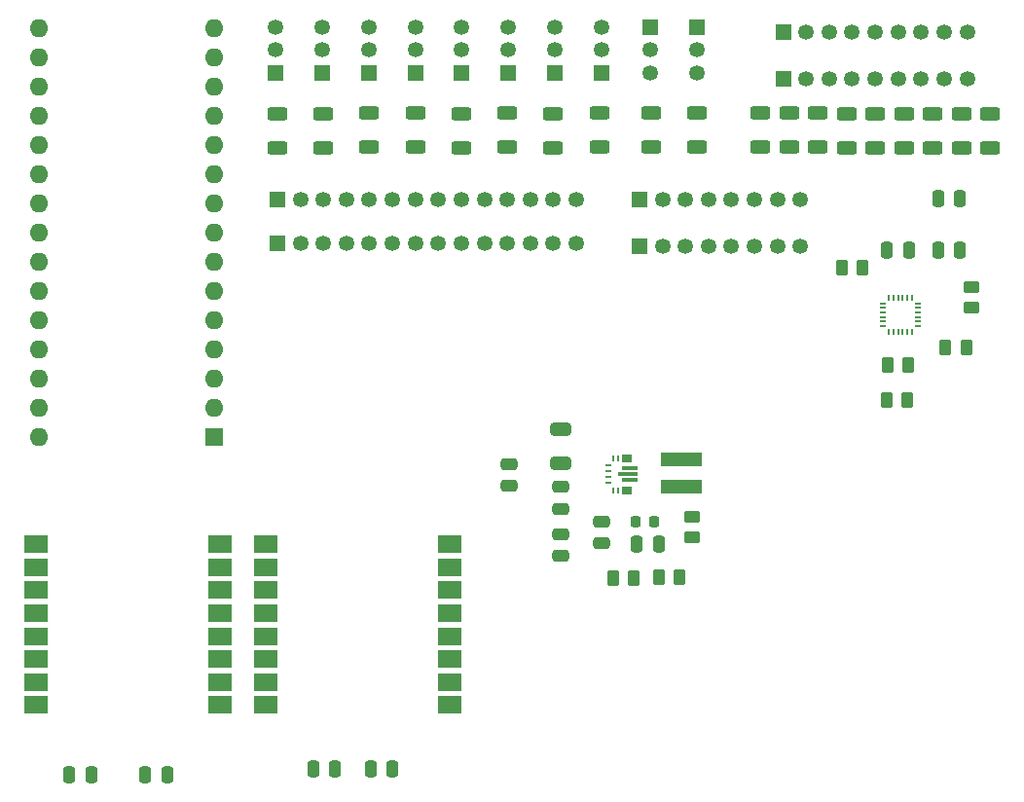
<source format=gbr>
%TF.GenerationSoftware,KiCad,Pcbnew,9.0.3*%
%TF.CreationDate,2025-07-24T22:11:21+07:00*%
%TF.ProjectId,flying thing that crashes,666c7969-6e67-4207-9468-696e67207468,rev?*%
%TF.SameCoordinates,Original*%
%TF.FileFunction,Soldermask,Top*%
%TF.FilePolarity,Negative*%
%FSLAX45Y45*%
G04 Gerber Fmt 4.5, Leading zero omitted, Abs format (unit mm)*
G04 Created by KiCad (PCBNEW 9.0.3) date 2025-07-24 22:11:21*
%MOMM*%
%LPD*%
G01*
G04 APERTURE LIST*
G04 Aperture macros list*
%AMRoundRect*
0 Rectangle with rounded corners*
0 $1 Rounding radius*
0 $2 $3 $4 $5 $6 $7 $8 $9 X,Y pos of 4 corners*
0 Add a 4 corners polygon primitive as box body*
4,1,4,$2,$3,$4,$5,$6,$7,$8,$9,$2,$3,0*
0 Add four circle primitives for the rounded corners*
1,1,$1+$1,$2,$3*
1,1,$1+$1,$4,$5*
1,1,$1+$1,$6,$7*
1,1,$1+$1,$8,$9*
0 Add four rect primitives between the rounded corners*
20,1,$1+$1,$2,$3,$4,$5,0*
20,1,$1+$1,$4,$5,$6,$7,0*
20,1,$1+$1,$6,$7,$8,$9,0*
20,1,$1+$1,$8,$9,$2,$3,0*%
G04 Aperture macros list end*
%ADD10C,0.000000*%
%ADD11RoundRect,0.250000X0.625000X-0.312500X0.625000X0.312500X-0.625000X0.312500X-0.625000X-0.312500X0*%
%ADD12R,1.350000X1.350000*%
%ADD13C,1.350000*%
%ADD14RoundRect,0.250000X0.262500X0.450000X-0.262500X0.450000X-0.262500X-0.450000X0.262500X-0.450000X0*%
%ADD15RoundRect,0.250000X-0.250000X-0.475000X0.250000X-0.475000X0.250000X0.475000X-0.250000X0.475000X0*%
%ADD16R,2.000000X1.500000*%
%ADD17RoundRect,0.250000X-0.262500X-0.450000X0.262500X-0.450000X0.262500X0.450000X-0.262500X0.450000X0*%
%ADD18RoundRect,0.102000X-1.700000X0.490000X-1.700000X-0.490000X1.700000X-0.490000X1.700000X0.490000X0*%
%ADD19R,1.600000X1.600000*%
%ADD20O,1.600000X1.600000*%
%ADD21R,0.599999X0.240000*%
%ADD22R,0.240000X0.599999*%
%ADD23R,0.850001X0.700001*%
%ADD24R,1.450000X0.349999*%
%ADD25R,1.799999X0.349999*%
%ADD26RoundRect,0.250000X0.650000X-0.325000X0.650000X0.325000X-0.650000X0.325000X-0.650000X-0.325000X0*%
%ADD27RoundRect,0.225000X-0.225000X-0.250000X0.225000X-0.250000X0.225000X0.250000X-0.225000X0.250000X0*%
%ADD28RoundRect,0.250000X0.475000X-0.250000X0.475000X0.250000X-0.475000X0.250000X-0.475000X-0.250000X0*%
%ADD29RoundRect,0.250000X-0.450000X0.262500X-0.450000X-0.262500X0.450000X-0.262500X0.450000X0.262500X0*%
%ADD30RoundRect,0.250000X-0.475000X0.250000X-0.475000X-0.250000X0.475000X-0.250000X0.475000X0.250000X0*%
%ADD31RoundRect,0.050000X-0.050000X0.225000X-0.050000X-0.225000X0.050000X-0.225000X0.050000X0.225000X0*%
%ADD32RoundRect,0.050000X-0.225000X-0.050000X0.225000X-0.050000X0.225000X0.050000X-0.225000X0.050000X0*%
%ADD33RoundRect,0.250000X0.250000X0.475000X-0.250000X0.475000X-0.250000X-0.475000X0.250000X-0.475000X0*%
G04 APERTURE END LIST*
D10*
%TO.C,U6*%
G36*
X6826725Y-5851596D02*
G01*
X6827664Y-5851881D01*
X6828528Y-5852343D01*
X6829286Y-5852965D01*
X6829907Y-5853722D01*
X6830370Y-5854587D01*
X6830654Y-5855525D01*
X6830750Y-5856500D01*
X6830750Y-5871500D01*
X6830654Y-5872476D01*
X6830370Y-5873414D01*
X6829907Y-5874278D01*
X6829286Y-5875036D01*
X6828528Y-5875657D01*
X6827664Y-5876119D01*
X6826725Y-5876404D01*
X6825750Y-5876500D01*
X6760750Y-5876500D01*
X6759775Y-5876404D01*
X6758837Y-5876119D01*
X6757972Y-5875657D01*
X6757215Y-5875036D01*
X6756593Y-5874278D01*
X6756131Y-5873414D01*
X6755846Y-5872476D01*
X6755750Y-5871500D01*
X6755750Y-5856500D01*
X6755846Y-5855525D01*
X6756131Y-5854587D01*
X6756593Y-5853722D01*
X6757215Y-5852965D01*
X6757972Y-5852343D01*
X6758837Y-5851881D01*
X6759775Y-5851596D01*
X6760750Y-5851500D01*
X6825750Y-5851500D01*
X6826725Y-5851596D01*
G37*
G36*
X6826725Y-6096596D02*
G01*
X6827664Y-6096880D01*
X6828528Y-6097343D01*
X6829286Y-6097964D01*
X6829907Y-6098722D01*
X6830370Y-6099586D01*
X6830654Y-6100524D01*
X6830750Y-6101500D01*
X6830750Y-6116500D01*
X6830654Y-6117475D01*
X6830370Y-6118413D01*
X6829907Y-6119278D01*
X6829286Y-6120035D01*
X6828528Y-6120657D01*
X6827664Y-6121119D01*
X6826725Y-6121404D01*
X6825750Y-6121500D01*
X6760750Y-6121500D01*
X6759775Y-6121404D01*
X6758837Y-6121119D01*
X6757972Y-6120657D01*
X6757215Y-6120035D01*
X6756593Y-6119278D01*
X6756131Y-6118413D01*
X6755846Y-6117475D01*
X6755750Y-6116500D01*
X6755750Y-6101500D01*
X6755846Y-6100524D01*
X6756131Y-6099586D01*
X6756593Y-6098722D01*
X6757215Y-6097964D01*
X6757972Y-6097343D01*
X6758837Y-6096880D01*
X6759775Y-6096596D01*
X6760750Y-6096500D01*
X6825750Y-6096500D01*
X6826725Y-6096596D01*
G37*
G36*
X6776725Y-6096596D02*
G01*
X6777663Y-6096880D01*
X6778528Y-6097343D01*
X6779285Y-6097965D01*
X6779907Y-6098722D01*
X6780369Y-6099587D01*
X6780654Y-6100525D01*
X6780750Y-6101500D01*
X6780750Y-6151500D01*
X6780654Y-6152475D01*
X6780369Y-6153413D01*
X6779907Y-6154278D01*
X6779285Y-6155035D01*
X6778528Y-6155657D01*
X6777663Y-6156119D01*
X6776725Y-6156404D01*
X6775750Y-6156500D01*
X6760750Y-6156500D01*
X6759774Y-6156404D01*
X6758836Y-6156119D01*
X6757972Y-6155657D01*
X6757214Y-6155035D01*
X6756593Y-6154278D01*
X6756131Y-6153413D01*
X6755846Y-6152475D01*
X6755750Y-6151500D01*
X6755750Y-6101500D01*
X6755846Y-6100525D01*
X6756131Y-6099587D01*
X6756593Y-6098722D01*
X6757214Y-6097965D01*
X6757972Y-6097343D01*
X6758836Y-6096880D01*
X6759774Y-6096596D01*
X6760750Y-6096500D01*
X6775750Y-6096500D01*
X6776725Y-6096596D01*
G37*
G36*
X6776725Y-5816596D02*
G01*
X6777663Y-5816881D01*
X6778528Y-5817343D01*
X6779285Y-5817965D01*
X6779907Y-5818722D01*
X6780369Y-5819587D01*
X6780654Y-5820525D01*
X6780750Y-5821500D01*
X6780750Y-5871500D01*
X6780654Y-5872475D01*
X6780369Y-5873413D01*
X6779907Y-5874278D01*
X6779285Y-5875035D01*
X6778528Y-5875657D01*
X6777663Y-5876119D01*
X6776725Y-5876404D01*
X6775750Y-5876500D01*
X6760750Y-5876500D01*
X6759774Y-5876404D01*
X6758836Y-5876119D01*
X6757972Y-5875657D01*
X6757214Y-5875035D01*
X6756593Y-5874278D01*
X6756131Y-5873413D01*
X6755846Y-5872475D01*
X6755750Y-5871500D01*
X6755750Y-5821500D01*
X6755846Y-5820525D01*
X6756131Y-5819587D01*
X6756593Y-5818722D01*
X6757214Y-5817965D01*
X6757972Y-5817343D01*
X6758836Y-5816881D01*
X6759774Y-5816596D01*
X6760750Y-5816500D01*
X6775750Y-5816500D01*
X6776725Y-5816596D01*
G37*
G36*
X6826726Y-6096596D02*
G01*
X6827664Y-6096880D01*
X6828528Y-6097343D01*
X6829286Y-6097965D01*
X6829908Y-6098722D01*
X6830370Y-6099587D01*
X6830654Y-6100525D01*
X6830750Y-6101500D01*
X6830750Y-6151500D01*
X6830654Y-6152475D01*
X6830370Y-6153413D01*
X6829908Y-6154278D01*
X6829286Y-6155035D01*
X6828528Y-6155657D01*
X6827664Y-6156119D01*
X6826726Y-6156404D01*
X6825750Y-6156500D01*
X6810750Y-6156500D01*
X6809775Y-6156404D01*
X6808837Y-6156119D01*
X6807972Y-6155657D01*
X6807215Y-6155035D01*
X6806593Y-6154278D01*
X6806131Y-6153413D01*
X6805846Y-6152475D01*
X6805750Y-6151500D01*
X6805750Y-6101500D01*
X6805846Y-6100525D01*
X6806131Y-6099587D01*
X6806593Y-6098722D01*
X6807215Y-6097965D01*
X6807972Y-6097343D01*
X6808837Y-6096880D01*
X6809775Y-6096596D01*
X6810750Y-6096500D01*
X6825750Y-6096500D01*
X6826726Y-6096596D01*
G37*
G36*
X6826726Y-5816596D02*
G01*
X6827664Y-5816881D01*
X6828528Y-5817343D01*
X6829286Y-5817965D01*
X6829908Y-5818722D01*
X6830370Y-5819587D01*
X6830654Y-5820525D01*
X6830750Y-5821500D01*
X6830750Y-5871500D01*
X6830654Y-5872475D01*
X6830370Y-5873413D01*
X6829908Y-5874278D01*
X6829286Y-5875035D01*
X6828528Y-5875657D01*
X6827664Y-5876119D01*
X6826726Y-5876404D01*
X6825750Y-5876500D01*
X6810750Y-5876500D01*
X6809775Y-5876404D01*
X6808837Y-5876119D01*
X6807972Y-5875657D01*
X6807215Y-5875035D01*
X6806593Y-5874278D01*
X6806131Y-5873413D01*
X6805846Y-5872475D01*
X6805750Y-5871500D01*
X6805750Y-5821500D01*
X6805846Y-5820525D01*
X6806131Y-5819587D01*
X6806593Y-5818722D01*
X6807215Y-5817965D01*
X6807972Y-5817343D01*
X6808837Y-5816881D01*
X6809775Y-5816596D01*
X6810750Y-5816500D01*
X6825750Y-5816500D01*
X6826726Y-5816596D01*
G37*
%TD*%
D11*
%TO.C,R7*%
X6150000Y-3146000D03*
X6150000Y-2853500D03*
%TD*%
D12*
%TO.C,M5*%
X4950000Y-2496000D03*
D13*
X4950000Y-2296000D03*
X4950000Y-2096000D03*
%TD*%
D11*
%TO.C,R15*%
X9450000Y-3146000D03*
X9450000Y-2853500D03*
%TD*%
%TO.C,R4*%
X4950000Y-3138500D03*
X4950000Y-2846000D03*
%TD*%
%TO.C,R34*%
X3750000Y-3146000D03*
X3750000Y-2853500D03*
%TD*%
D12*
%TO.C,J1*%
X6995000Y-2096000D03*
D13*
X6995000Y-2296000D03*
X6995000Y-2496000D03*
%TD*%
D14*
%TO.C,R31*%
X9741250Y-4881000D03*
X9558750Y-4881000D03*
%TD*%
D11*
%TO.C,R16*%
X9700000Y-3146000D03*
X9700000Y-2853500D03*
%TD*%
D15*
%TO.C,C19*%
X2600000Y-8600000D03*
X2790000Y-8600000D03*
%TD*%
D12*
%TO.C,J2*%
X7400000Y-2096000D03*
D13*
X7400000Y-2296000D03*
X7400000Y-2496000D03*
%TD*%
D16*
%TO.C,U3*%
X1650000Y-6596000D03*
X1650000Y-6796000D03*
X1650000Y-6996000D03*
X1650000Y-7196000D03*
X1650000Y-7396000D03*
X1650000Y-7596000D03*
X1650000Y-7796000D03*
X1650000Y-7996000D03*
X3250000Y-7996000D03*
X3250000Y-7796000D03*
X3250000Y-7596000D03*
X3250000Y-7396000D03*
X3250000Y-7196000D03*
X3250000Y-6996000D03*
X3250000Y-6796000D03*
X3250000Y-6596000D03*
%TD*%
D17*
%TO.C,R27*%
X8657500Y-4189750D03*
X8840000Y-4189750D03*
%TD*%
D11*
%TO.C,R33*%
X4150000Y-3146000D03*
X4150000Y-2853500D03*
%TD*%
D15*
%TO.C,C14*%
X9500000Y-3589750D03*
X9690000Y-3589750D03*
%TD*%
D18*
%TO.C,L1*%
X7268250Y-5859500D03*
X7268250Y-6096500D03*
%TD*%
D12*
%TO.C,M3*%
X5760000Y-2496000D03*
D13*
X5760000Y-2296000D03*
X5760000Y-2096000D03*
%TD*%
D11*
%TO.C,R13*%
X8950000Y-3146000D03*
X8950000Y-2853500D03*
%TD*%
D12*
%TO.C,M6*%
X4545000Y-2496000D03*
D13*
X4545000Y-2296000D03*
X4545000Y-2096000D03*
%TD*%
D17*
%TO.C,R30*%
X9050000Y-5339750D03*
X9232500Y-5339750D03*
%TD*%
D12*
%TO.C,J7*%
X3750000Y-3981000D03*
D13*
X3950000Y-3981000D03*
X4150000Y-3981000D03*
X4350000Y-3981000D03*
X4550000Y-3981000D03*
X4750000Y-3981000D03*
X4950000Y-3981000D03*
X5150000Y-3981000D03*
X5350000Y-3981000D03*
X5550000Y-3981000D03*
X5750000Y-3981000D03*
X5950000Y-3981000D03*
X6150000Y-3981000D03*
X6350000Y-3981000D03*
%TD*%
D11*
%TO.C,R32*%
X4550000Y-3138500D03*
X4550000Y-2846000D03*
%TD*%
D12*
%TO.C,M1*%
X6570000Y-2496000D03*
D13*
X6570000Y-2296000D03*
X6570000Y-2096000D03*
%TD*%
D19*
%TO.C,A1*%
X3200000Y-5666000D03*
D20*
X3200000Y-5412000D03*
X3200000Y-5158000D03*
X3200000Y-4904000D03*
X3200000Y-4650000D03*
X3200000Y-4396000D03*
X3200000Y-4142000D03*
X3200000Y-3888000D03*
X3200000Y-3634000D03*
X3200000Y-3380000D03*
X3200000Y-3126000D03*
X3200000Y-2872000D03*
X3200000Y-2618000D03*
X3200000Y-2364000D03*
X3200000Y-2110000D03*
X1676000Y-2110000D03*
X1676000Y-2364000D03*
X1676000Y-2618000D03*
X1676000Y-2872000D03*
X1676000Y-3126000D03*
X1676000Y-3380000D03*
X1676000Y-3634000D03*
X1676000Y-3888000D03*
X1676000Y-4142000D03*
X1676000Y-4396000D03*
X1676000Y-4650000D03*
X1676000Y-4904000D03*
X1676000Y-5158000D03*
X1676000Y-5412000D03*
X1676000Y-5666000D03*
%TD*%
D21*
%TO.C,U6*%
X6625750Y-5911500D03*
X6625750Y-5961500D03*
X6625750Y-6011500D03*
X6625750Y-6061500D03*
D22*
X6668250Y-6126500D03*
X6718250Y-6126500D03*
D23*
X6793250Y-6126500D03*
X6793250Y-6126500D03*
D24*
X6818250Y-6036500D03*
D25*
X6800750Y-5986500D03*
D24*
X6818250Y-5936500D03*
D23*
X6793250Y-5846500D03*
X6793250Y-5846500D03*
D22*
X6718250Y-5846500D03*
X6668250Y-5846500D03*
%TD*%
D15*
%TO.C,C17*%
X4060000Y-8550000D03*
X4250000Y-8550000D03*
%TD*%
D26*
%TO.C,C8*%
X6218250Y-5891500D03*
X6218250Y-5596500D03*
%TD*%
D14*
%TO.C,R18*%
X6850750Y-6891500D03*
X6668250Y-6891500D03*
%TD*%
D12*
%TO.C,M7*%
X4140000Y-2496000D03*
D13*
X4140000Y-2296000D03*
X4140000Y-2096000D03*
%TD*%
D15*
%TO.C,C13*%
X9500000Y-4039750D03*
X9690000Y-4039750D03*
%TD*%
D17*
%TO.C,R19*%
X7068250Y-6886500D03*
X7250750Y-6886500D03*
%TD*%
D11*
%TO.C,R2*%
X7000000Y-3138500D03*
X7000000Y-2846000D03*
%TD*%
D17*
%TO.C,R29*%
X9057500Y-5039750D03*
X9240000Y-5039750D03*
%TD*%
D12*
%TO.C,J8*%
X3750000Y-3596000D03*
D13*
X3950000Y-3596000D03*
X4150000Y-3596000D03*
X4350000Y-3596000D03*
X4550000Y-3596000D03*
X4750000Y-3596000D03*
X4950000Y-3596000D03*
X5150000Y-3596000D03*
X5350000Y-3596000D03*
X5550000Y-3596000D03*
X5750000Y-3596000D03*
X5950000Y-3596000D03*
X6150000Y-3596000D03*
X6350000Y-3596000D03*
%TD*%
D27*
%TO.C,C9*%
X6868250Y-6396500D03*
X7023250Y-6396500D03*
%TD*%
D28*
%TO.C,C12*%
X6218250Y-6286500D03*
X6218250Y-6096500D03*
%TD*%
D29*
%TO.C,R28*%
X9790000Y-4357250D03*
X9790000Y-4539750D03*
%TD*%
D30*
%TO.C,C7*%
X6218250Y-6506500D03*
X6218250Y-6696500D03*
%TD*%
D11*
%TO.C,R8*%
X6550000Y-3138500D03*
X6550000Y-2846000D03*
%TD*%
%TO.C,R14*%
X9200000Y-3146000D03*
X9200000Y-2853500D03*
%TD*%
D12*
%TO.C,J5*%
X6900000Y-4000000D03*
D13*
X7100000Y-4000000D03*
X7300000Y-4000000D03*
X7500000Y-4000000D03*
X7700000Y-4000000D03*
X7900000Y-4000000D03*
X8100000Y-4000000D03*
X8300000Y-4000000D03*
%TD*%
D11*
%TO.C,R12*%
X8700000Y-3146000D03*
X8700000Y-2853500D03*
%TD*%
D12*
%TO.C,M8*%
X3735000Y-2496000D03*
D13*
X3735000Y-2296000D03*
X3735000Y-2096000D03*
%TD*%
D15*
%TO.C,C15*%
X9055000Y-4039750D03*
X9245000Y-4039750D03*
%TD*%
%TO.C,C16*%
X4560000Y-8550000D03*
X4750000Y-8550000D03*
%TD*%
%TO.C,C18*%
X1940000Y-8600000D03*
X2130000Y-8600000D03*
%TD*%
D16*
%TO.C,U2*%
X3650000Y-6596000D03*
X3650000Y-6796000D03*
X3650000Y-6996000D03*
X3650000Y-7196000D03*
X3650000Y-7396000D03*
X3650000Y-7596000D03*
X3650000Y-7796000D03*
X3650000Y-7996000D03*
X5250000Y-7996000D03*
X5250000Y-7796000D03*
X5250000Y-7596000D03*
X5250000Y-7396000D03*
X5250000Y-7196000D03*
X5250000Y-6996000D03*
X5250000Y-6796000D03*
X5250000Y-6596000D03*
%TD*%
D31*
%TO.C,U5*%
X9270000Y-4450000D03*
X9230000Y-4450000D03*
X9190000Y-4450000D03*
X9150000Y-4450000D03*
X9110000Y-4450000D03*
X9070000Y-4450000D03*
D32*
X9020000Y-4500000D03*
X9020000Y-4540000D03*
X9020000Y-4580000D03*
X9020000Y-4620000D03*
X9020000Y-4660000D03*
X9020000Y-4700000D03*
D31*
X9070000Y-4750000D03*
X9110000Y-4750000D03*
X9150000Y-4750000D03*
X9190000Y-4750000D03*
X9230000Y-4750000D03*
X9270000Y-4750000D03*
D32*
X9320000Y-4700000D03*
X9320000Y-4660000D03*
X9320000Y-4620000D03*
X9320000Y-4580000D03*
X9320000Y-4540000D03*
X9320000Y-4500000D03*
%TD*%
D28*
%TO.C,C6*%
X6568250Y-6586500D03*
X6568250Y-6396500D03*
%TD*%
D12*
%TO.C,J4*%
X8150000Y-2141000D03*
D13*
X8350000Y-2141000D03*
X8550000Y-2141000D03*
X8750000Y-2141000D03*
X8950000Y-2141000D03*
X9150000Y-2141000D03*
X9350000Y-2141000D03*
X9550000Y-2141000D03*
X9750000Y-2141000D03*
%TD*%
D29*
%TO.C,R20*%
X7359500Y-6354000D03*
X7359500Y-6536500D03*
%TD*%
D12*
%TO.C,M2*%
X6165000Y-2496000D03*
D13*
X6165000Y-2296000D03*
X6165000Y-2096000D03*
%TD*%
D12*
%TO.C,J6*%
X6900000Y-3595000D03*
D13*
X7100000Y-3595000D03*
X7300000Y-3595000D03*
X7500000Y-3595000D03*
X7700000Y-3595000D03*
X7900000Y-3595000D03*
X8100000Y-3595000D03*
X8300000Y-3595000D03*
%TD*%
D11*
%TO.C,R9*%
X7950000Y-3138500D03*
X7950000Y-2846000D03*
%TD*%
D28*
%TO.C,C11*%
X5768250Y-6086500D03*
X5768250Y-5896500D03*
%TD*%
D11*
%TO.C,R6*%
X5750000Y-3138500D03*
X5750000Y-2846000D03*
%TD*%
%TO.C,R3*%
X7400000Y-3138500D03*
X7400000Y-2846000D03*
%TD*%
%TO.C,R11*%
X8450000Y-3138500D03*
X8450000Y-2846000D03*
%TD*%
D12*
%TO.C,J3*%
X8150000Y-2546000D03*
D13*
X8350000Y-2546000D03*
X8550000Y-2546000D03*
X8750000Y-2546000D03*
X8950000Y-2546000D03*
X9150000Y-2546000D03*
X9350000Y-2546000D03*
X9550000Y-2546000D03*
X9750000Y-2546000D03*
%TD*%
D11*
%TO.C,R5*%
X5350000Y-3146000D03*
X5350000Y-2853500D03*
%TD*%
D33*
%TO.C,C10*%
X7068250Y-6596500D03*
X6878250Y-6596500D03*
%TD*%
D11*
%TO.C,R10*%
X8200000Y-3138500D03*
X8200000Y-2846000D03*
%TD*%
%TO.C,R17*%
X9950000Y-3146000D03*
X9950000Y-2853500D03*
%TD*%
D12*
%TO.C,M4*%
X5355000Y-2496000D03*
D13*
X5355000Y-2296000D03*
X5355000Y-2096000D03*
%TD*%
M02*

</source>
